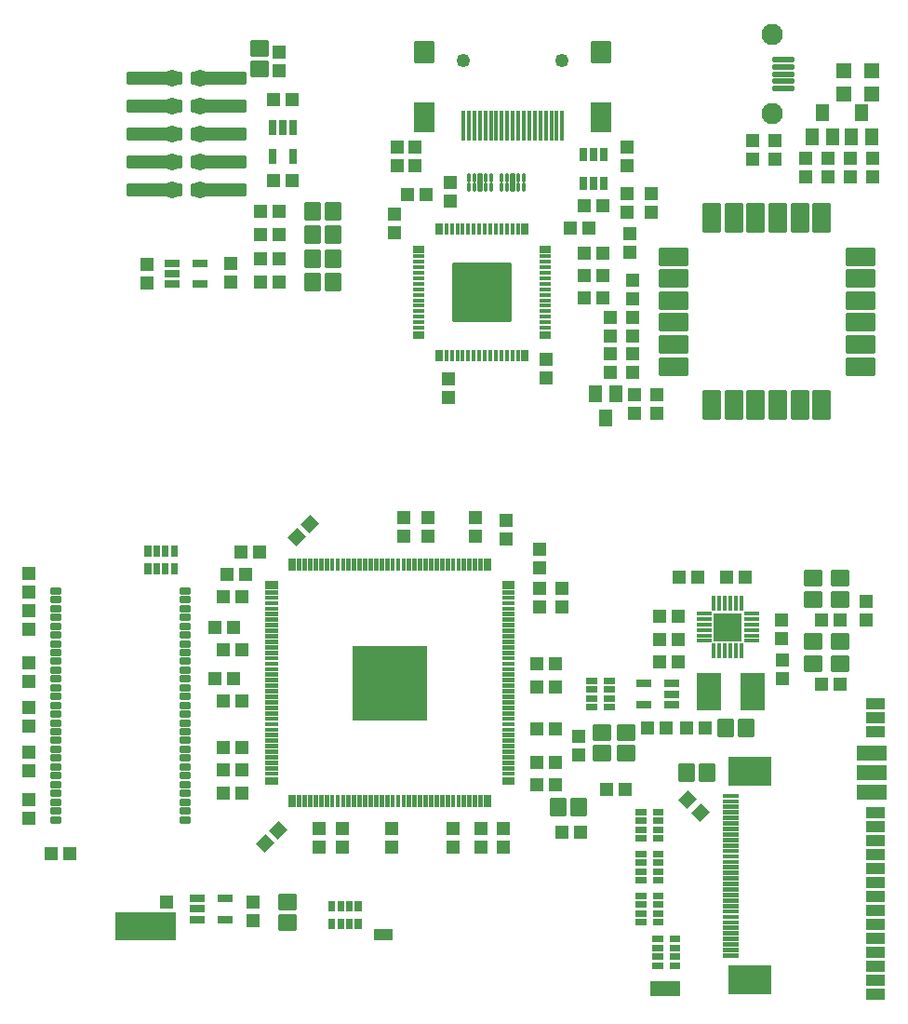
<source format=gbr>
%TF.GenerationSoftware,KiCad,Pcbnew,(6.0.7)*%
%TF.CreationDate,2023-11-05T22:30:26+01:00*%
%TF.ProjectId,n64adv2,6e363461-6476-4322-9e6b-696361645f70,20231105*%
%TF.SameCoordinates,Original*%
%TF.FileFunction,Soldermask,Top*%
%TF.FilePolarity,Negative*%
%FSLAX46Y46*%
G04 Gerber Fmt 4.6, Leading zero omitted, Abs format (unit mm)*
G04 Created by KiCad (PCBNEW (6.0.7)) date 2023-11-05 22:30:26*
%MOMM*%
%LPD*%
G01*
G04 APERTURE LIST*
G04 Aperture macros list*
%AMRoundRect*
0 Rectangle with rounded corners*
0 $1 Rounding radius*
0 $2 $3 $4 $5 $6 $7 $8 $9 X,Y pos of 4 corners*
0 Add a 4 corners polygon primitive as box body*
4,1,4,$2,$3,$4,$5,$6,$7,$8,$9,$2,$3,0*
0 Add four circle primitives for the rounded corners*
1,1,$1+$1,$2,$3*
1,1,$1+$1,$4,$5*
1,1,$1+$1,$6,$7*
1,1,$1+$1,$8,$9*
0 Add four rect primitives between the rounded corners*
20,1,$1+$1,$2,$3,$4,$5,0*
20,1,$1+$1,$4,$5,$6,$7,0*
20,1,$1+$1,$6,$7,$8,$9,0*
20,1,$1+$1,$8,$9,$2,$3,0*%
G04 Aperture macros list end*
%ADD10C,0.100000*%
%ADD11RoundRect,0.076200X0.750000X0.650000X-0.750000X0.650000X-0.750000X-0.650000X0.750000X-0.650000X0*%
%ADD12RoundRect,0.076200X-0.800000X0.400000X-0.800000X-0.400000X0.800000X-0.400000X0.800000X0.400000X0*%
%ADD13RoundRect,0.076200X0.275000X0.600000X-0.275000X0.600000X-0.275000X-0.600000X0.275000X-0.600000X0*%
%ADD14RoundRect,0.076200X0.800000X-0.400000X0.800000X0.400000X-0.800000X0.400000X-0.800000X-0.400000X0*%
%ADD15RoundRect,0.076200X0.500000X-0.550000X0.500000X0.550000X-0.500000X0.550000X-0.500000X-0.550000X0*%
%ADD16RoundRect,0.076200X0.550000X-0.500000X0.550000X0.500000X-0.550000X0.500000X-0.550000X-0.500000X0*%
%ADD17RoundRect,0.076200X-0.550000X0.500000X-0.550000X-0.500000X0.550000X-0.500000X0.550000X0.500000X0*%
%ADD18RoundRect,0.076200X0.500000X0.550000X-0.500000X0.550000X-0.500000X-0.550000X0.500000X-0.550000X0*%
%ADD19RoundRect,0.076200X0.550000X0.500000X-0.550000X0.500000X-0.550000X-0.500000X0.550000X-0.500000X0*%
%ADD20RoundRect,0.076200X-0.550000X-0.500000X0.550000X-0.500000X0.550000X0.500000X-0.550000X0.500000X0*%
%ADD21RoundRect,0.076200X-0.500000X0.550000X-0.500000X-0.550000X0.500000X-0.550000X0.500000X0.550000X0*%
%ADD22RoundRect,0.076200X-0.500000X-0.550000X0.500000X-0.550000X0.500000X0.550000X-0.500000X0.550000X0*%
%ADD23RoundRect,0.076200X0.500000X0.700000X-0.500000X0.700000X-0.500000X-0.700000X0.500000X-0.700000X0*%
%ADD24C,1.574800*%
%ADD25RoundRect,0.076200X-2.425000X-0.500000X2.425000X-0.500000X2.425000X0.500000X-2.425000X0.500000X0*%
%ADD26RoundRect,0.076200X1.000000X1.650000X-1.000000X1.650000X-1.000000X-1.650000X1.000000X-1.650000X0*%
%ADD27RoundRect,0.050000X0.500000X0.300000X-0.500000X0.300000X-0.500000X-0.300000X0.500000X-0.300000X0*%
%ADD28RoundRect,0.050000X0.500000X0.150000X-0.500000X0.150000X-0.500000X-0.150000X0.500000X-0.150000X0*%
%ADD29RoundRect,0.050000X0.300000X-0.500000X0.300000X0.500000X-0.300000X0.500000X-0.300000X-0.500000X0*%
%ADD30RoundRect,0.050000X0.150000X-0.500000X0.150000X0.500000X-0.150000X0.500000X-0.150000X-0.500000X0*%
%ADD31RoundRect,0.050000X-0.300000X0.500000X-0.300000X-0.500000X0.300000X-0.500000X0.300000X0.500000X0*%
%ADD32RoundRect,0.050000X-0.150000X0.500000X-0.150000X-0.500000X0.150000X-0.500000X0.150000X0.500000X0*%
%ADD33RoundRect,0.076200X2.600000X2.600000X-2.600000X2.600000X-2.600000X-2.600000X2.600000X-2.600000X0*%
%ADD34RoundRect,0.076200X-0.650000X-0.750000X0.650000X-0.750000X0.650000X0.750000X-0.650000X0.750000X0*%
%ADD35RoundRect,0.050000X-0.100000X0.337500X-0.100000X-0.337500X0.100000X-0.337500X0.100000X0.337500X0*%
%ADD36RoundRect,0.050000X-0.200000X0.775000X-0.200000X-0.775000X0.200000X-0.775000X0.200000X0.775000X0*%
%ADD37RoundRect,0.076200X0.742462X0.035355X0.035355X0.742462X-0.742462X-0.035355X-0.035355X-0.742462X0*%
%ADD38RoundRect,0.076200X0.600000X0.600000X-0.600000X0.600000X-0.600000X-0.600000X0.600000X-0.600000X0*%
%ADD39RoundRect,0.076200X-0.600000X0.275000X-0.600000X-0.275000X0.600000X-0.275000X0.600000X0.275000X0*%
%ADD40RoundRect,0.076200X-0.500000X-0.700000X0.500000X-0.700000X0.500000X0.700000X-0.500000X0.700000X0*%
%ADD41C,1.250000*%
%ADD42RoundRect,0.055000X-0.140000X-1.300000X0.140000X-1.300000X0.140000X1.300000X-0.140000X1.300000X0*%
%ADD43RoundRect,0.076200X-0.850000X1.300000X-0.850000X-1.300000X0.850000X-1.300000X0.850000X1.300000X0*%
%ADD44RoundRect,0.076200X-0.850000X0.900000X-0.850000X-0.900000X0.850000X-0.900000X0.850000X0.900000X0*%
%ADD45RoundRect,0.076200X-0.750000X0.650000X-0.750000X-0.650000X0.750000X-0.650000X0.750000X0.650000X0*%
%ADD46RoundRect,0.076200X-0.900000X-0.200000X0.900000X-0.200000X0.900000X0.200000X-0.900000X0.200000X0*%
%ADD47C,1.952400*%
%ADD48RoundRect,0.076200X-1.270000X0.635000X-1.270000X-0.635000X1.270000X-0.635000X1.270000X0.635000X0*%
%ADD49RoundRect,0.076200X1.270000X-0.635000X1.270000X0.635000X-1.270000X0.635000X-1.270000X-0.635000X0*%
%ADD50RoundRect,0.076200X0.750000X-0.650000X0.750000X0.650000X-0.750000X0.650000X-0.750000X-0.650000X0*%
%ADD51RoundRect,0.076200X1.225000X-1.225000X1.225000X1.225000X-1.225000X1.225000X-1.225000X-1.225000X0*%
%ADD52RoundRect,0.076200X0.125000X-0.600000X0.125000X0.600000X-0.125000X0.600000X-0.125000X-0.600000X0*%
%ADD53RoundRect,0.076200X0.600000X0.125000X-0.600000X0.125000X-0.600000X-0.125000X0.600000X-0.125000X0*%
%ADD54RoundRect,0.076200X-0.125000X0.600000X-0.125000X-0.600000X0.125000X-0.600000X0.125000X0.600000X0*%
%ADD55RoundRect,0.076200X-0.600000X-0.125000X0.600000X-0.125000X0.600000X0.125000X-0.600000X0.125000X0*%
%ADD56RoundRect,0.076200X-0.035355X-0.742462X0.742462X0.035355X0.035355X0.742462X-0.742462X-0.035355X0*%
%ADD57RoundRect,0.076200X3.350000X3.350000X-3.350000X3.350000X-3.350000X-3.350000X3.350000X-3.350000X0*%
%ADD58RoundRect,0.076200X0.600000X-0.275000X0.600000X0.275000X-0.600000X0.275000X-0.600000X-0.275000X0*%
%ADD59RoundRect,0.076200X-0.450000X-0.225000X0.450000X-0.225000X0.450000X0.225000X-0.450000X0.225000X0*%
%ADD60RoundRect,0.076200X0.450000X0.225000X-0.450000X0.225000X-0.450000X-0.225000X0.450000X-0.225000X0*%
%ADD61RoundRect,0.076200X0.750000X-1.250000X0.750000X1.250000X-0.750000X1.250000X-0.750000X-1.250000X0*%
%ADD62RoundRect,0.076200X1.250000X0.750000X-1.250000X0.750000X-1.250000X-0.750000X1.250000X-0.750000X0*%
%ADD63RoundRect,0.076200X-0.750000X1.250000X-0.750000X-1.250000X0.750000X-1.250000X0.750000X1.250000X0*%
%ADD64RoundRect,0.076200X-1.250000X-0.750000X1.250000X-0.750000X1.250000X0.750000X-1.250000X0.750000X0*%
%ADD65RoundRect,0.076200X-0.300000X0.550000X-0.300000X-0.550000X0.300000X-0.550000X0.300000X0.550000X0*%
%ADD66RoundRect,0.076200X0.035355X0.742462X-0.742462X-0.035355X-0.035355X-0.742462X0.742462X0.035355X0*%
%ADD67RoundRect,0.050000X0.100000X-0.337500X0.100000X0.337500X-0.100000X0.337500X-0.100000X-0.337500X0*%
%ADD68RoundRect,0.050000X0.200000X-0.775000X0.200000X0.775000X-0.200000X0.775000X-0.200000X-0.775000X0*%
G04 APERTURE END LIST*
D10*
X118059200Y-141376400D02*
X123494800Y-141376400D01*
X123494800Y-141376400D02*
X123494800Y-143814800D01*
X123494800Y-143814800D02*
X118059200Y-143814800D01*
X118059200Y-143814800D02*
X118059200Y-141376400D01*
G36*
X118059200Y-141376400D02*
G01*
X123494800Y-141376400D01*
X123494800Y-143814800D01*
X118059200Y-143814800D01*
X118059200Y-141376400D01*
G37*
%TO.C,RN11*%
G36*
X166362100Y-132551600D02*
G01*
X165362100Y-132551600D01*
X165362100Y-131951600D01*
X166362100Y-131951600D01*
X166362100Y-132551600D01*
G37*
G36*
X167962100Y-132551600D02*
G01*
X166962100Y-132551600D01*
X166962100Y-131951600D01*
X167962100Y-131951600D01*
X167962100Y-132551600D01*
G37*
G36*
X167962100Y-134951600D02*
G01*
X166962100Y-134951600D01*
X166962100Y-134351600D01*
X167962100Y-134351600D01*
X167962100Y-134951600D01*
G37*
G36*
X166362100Y-133351600D02*
G01*
X165362100Y-133351600D01*
X165362100Y-132751600D01*
X166362100Y-132751600D01*
X166362100Y-133351600D01*
G37*
G36*
X167962100Y-134151600D02*
G01*
X166962100Y-134151600D01*
X166962100Y-133551600D01*
X167962100Y-133551600D01*
X167962100Y-134151600D01*
G37*
G36*
X166362100Y-134951600D02*
G01*
X165362100Y-134951600D01*
X165362100Y-134351600D01*
X166362100Y-134351600D01*
X166362100Y-134951600D01*
G37*
G36*
X166362100Y-134151600D02*
G01*
X165362100Y-134151600D01*
X165362100Y-133551600D01*
X166362100Y-133551600D01*
X166362100Y-134151600D01*
G37*
G36*
X167962100Y-133351600D02*
G01*
X166962100Y-133351600D01*
X166962100Y-132751600D01*
X167962100Y-132751600D01*
X167962100Y-133351600D01*
G37*
%TO.C,RN16*%
G36*
X163517100Y-120613600D02*
G01*
X162517100Y-120613600D01*
X162517100Y-120013600D01*
X163517100Y-120013600D01*
X163517100Y-120613600D01*
G37*
G36*
X163517100Y-121413600D02*
G01*
X162517100Y-121413600D01*
X162517100Y-120813600D01*
X163517100Y-120813600D01*
X163517100Y-121413600D01*
G37*
G36*
X161917100Y-120613600D02*
G01*
X160917100Y-120613600D01*
X160917100Y-120013600D01*
X161917100Y-120013600D01*
X161917100Y-120613600D01*
G37*
G36*
X161917100Y-123013600D02*
G01*
X160917100Y-123013600D01*
X160917100Y-122413600D01*
X161917100Y-122413600D01*
X161917100Y-123013600D01*
G37*
G36*
X161917100Y-122213600D02*
G01*
X160917100Y-122213600D01*
X160917100Y-121613600D01*
X161917100Y-121613600D01*
X161917100Y-122213600D01*
G37*
G36*
X161917100Y-121413600D02*
G01*
X160917100Y-121413600D01*
X160917100Y-120813600D01*
X161917100Y-120813600D01*
X161917100Y-121413600D01*
G37*
G36*
X163517100Y-123013600D02*
G01*
X162517100Y-123013600D01*
X162517100Y-122413600D01*
X163517100Y-122413600D01*
X163517100Y-123013600D01*
G37*
G36*
X163517100Y-122213600D02*
G01*
X162517100Y-122213600D01*
X162517100Y-121613600D01*
X163517100Y-121613600D01*
X163517100Y-122213600D01*
G37*
%TO.C,X1*%
G36*
X174780100Y-139473600D02*
G01*
X173380100Y-139473600D01*
X173380100Y-139073600D01*
X174780100Y-139073600D01*
X174780100Y-139473600D01*
G37*
G36*
X174780100Y-137973600D02*
G01*
X173380100Y-137973600D01*
X173380100Y-137573600D01*
X174780100Y-137573600D01*
X174780100Y-137973600D01*
G37*
G36*
X174780100Y-140473600D02*
G01*
X173380100Y-140473600D01*
X173380100Y-140073600D01*
X174780100Y-140073600D01*
X174780100Y-140473600D01*
G37*
G36*
X174780100Y-145473600D02*
G01*
X173380100Y-145473600D01*
X173380100Y-145073600D01*
X174780100Y-145073600D01*
X174780100Y-145473600D01*
G37*
G36*
X174780100Y-133473600D02*
G01*
X173380100Y-133473600D01*
X173380100Y-133073600D01*
X174780100Y-133073600D01*
X174780100Y-133473600D01*
G37*
G36*
X174780100Y-132973600D02*
G01*
X173380100Y-132973600D01*
X173380100Y-132573600D01*
X174780100Y-132573600D01*
X174780100Y-132973600D01*
G37*
G36*
X174780100Y-134473600D02*
G01*
X173380100Y-134473600D01*
X173380100Y-134073600D01*
X174780100Y-134073600D01*
X174780100Y-134473600D01*
G37*
G36*
X174780100Y-136973600D02*
G01*
X173380100Y-136973600D01*
X173380100Y-136573600D01*
X174780100Y-136573600D01*
X174780100Y-136973600D01*
G37*
G36*
X177760100Y-148791600D02*
G01*
X173860100Y-148791600D01*
X173860100Y-146191600D01*
X177760100Y-146191600D01*
X177760100Y-148791600D01*
G37*
G36*
X174780100Y-141473600D02*
G01*
X173380100Y-141473600D01*
X173380100Y-141073600D01*
X174780100Y-141073600D01*
X174780100Y-141473600D01*
G37*
G36*
X177760100Y-129855600D02*
G01*
X173860100Y-129855600D01*
X173860100Y-127255600D01*
X177760100Y-127255600D01*
X177760100Y-129855600D01*
G37*
G36*
X174780100Y-131473600D02*
G01*
X173380100Y-131473600D01*
X173380100Y-131073600D01*
X174780100Y-131073600D01*
X174780100Y-131473600D01*
G37*
G36*
X174780100Y-144973600D02*
G01*
X173380100Y-144973600D01*
X173380100Y-144573600D01*
X174780100Y-144573600D01*
X174780100Y-144973600D01*
G37*
G36*
X174780100Y-132473600D02*
G01*
X173380100Y-132473600D01*
X173380100Y-132073600D01*
X174780100Y-132073600D01*
X174780100Y-132473600D01*
G37*
G36*
X174780100Y-130973600D02*
G01*
X173380100Y-130973600D01*
X173380100Y-130573600D01*
X174780100Y-130573600D01*
X174780100Y-130973600D01*
G37*
G36*
X174780100Y-138473600D02*
G01*
X173380100Y-138473600D01*
X173380100Y-138073600D01*
X174780100Y-138073600D01*
X174780100Y-138473600D01*
G37*
G36*
X174780100Y-134973600D02*
G01*
X173380100Y-134973600D01*
X173380100Y-134573600D01*
X174780100Y-134573600D01*
X174780100Y-134973600D01*
G37*
G36*
X174780100Y-142473600D02*
G01*
X173380100Y-142473600D01*
X173380100Y-142073600D01*
X174780100Y-142073600D01*
X174780100Y-142473600D01*
G37*
G36*
X174780100Y-141973600D02*
G01*
X173380100Y-141973600D01*
X173380100Y-141573600D01*
X174780100Y-141573600D01*
X174780100Y-141973600D01*
G37*
G36*
X174780100Y-139973600D02*
G01*
X173380100Y-139973600D01*
X173380100Y-139573600D01*
X174780100Y-139573600D01*
X174780100Y-139973600D01*
G37*
G36*
X174780100Y-144473600D02*
G01*
X173380100Y-144473600D01*
X173380100Y-144073600D01*
X174780100Y-144073600D01*
X174780100Y-144473600D01*
G37*
G36*
X174780100Y-140973600D02*
G01*
X173380100Y-140973600D01*
X173380100Y-140573600D01*
X174780100Y-140573600D01*
X174780100Y-140973600D01*
G37*
G36*
X174780100Y-137473600D02*
G01*
X173380100Y-137473600D01*
X173380100Y-137073600D01*
X174780100Y-137073600D01*
X174780100Y-137473600D01*
G37*
G36*
X174780100Y-142973600D02*
G01*
X173380100Y-142973600D01*
X173380100Y-142573600D01*
X174780100Y-142573600D01*
X174780100Y-142973600D01*
G37*
G36*
X174780100Y-138973600D02*
G01*
X173380100Y-138973600D01*
X173380100Y-138573600D01*
X174780100Y-138573600D01*
X174780100Y-138973600D01*
G37*
G36*
X174780100Y-143473600D02*
G01*
X173380100Y-143473600D01*
X173380100Y-143073600D01*
X174780100Y-143073600D01*
X174780100Y-143473600D01*
G37*
G36*
X174780100Y-135473600D02*
G01*
X173380100Y-135473600D01*
X173380100Y-135073600D01*
X174780100Y-135073600D01*
X174780100Y-135473600D01*
G37*
G36*
X174780100Y-136473600D02*
G01*
X173380100Y-136473600D01*
X173380100Y-136073600D01*
X174780100Y-136073600D01*
X174780100Y-136473600D01*
G37*
G36*
X174780100Y-133973600D02*
G01*
X173380100Y-133973600D01*
X173380100Y-133573600D01*
X174780100Y-133573600D01*
X174780100Y-133973600D01*
G37*
G36*
X174780100Y-135973600D02*
G01*
X173380100Y-135973600D01*
X173380100Y-135573600D01*
X174780100Y-135573600D01*
X174780100Y-135973600D01*
G37*
G36*
X174780100Y-131973600D02*
G01*
X173380100Y-131973600D01*
X173380100Y-131573600D01*
X174780100Y-131573600D01*
X174780100Y-131973600D01*
G37*
G36*
X174780100Y-143973600D02*
G01*
X173380100Y-143973600D01*
X173380100Y-143573600D01*
X174780100Y-143573600D01*
X174780100Y-143973600D01*
G37*
%TO.C,U1*%
G36*
X154365100Y-122947600D02*
G01*
X153240100Y-122947600D01*
X153240100Y-122547600D01*
X154365100Y-122547600D01*
X154365100Y-122947600D01*
G37*
G36*
X154365100Y-124947600D02*
G01*
X153240100Y-124947600D01*
X153240100Y-124547600D01*
X154365100Y-124547600D01*
X154365100Y-124947600D01*
G37*
G36*
X145490100Y-131822600D02*
G01*
X145090100Y-131822600D01*
X145090100Y-130697600D01*
X145490100Y-130697600D01*
X145490100Y-131822600D01*
G37*
G36*
X134990100Y-110297600D02*
G01*
X134590100Y-110297600D01*
X134590100Y-109172600D01*
X134990100Y-109172600D01*
X134990100Y-110297600D01*
G37*
G36*
X140490100Y-110297600D02*
G01*
X140090100Y-110297600D01*
X140090100Y-109172600D01*
X140490100Y-109172600D01*
X140490100Y-110297600D01*
G37*
G36*
X132840100Y-119447600D02*
G01*
X131715100Y-119447600D01*
X131715100Y-119047600D01*
X132840100Y-119047600D01*
X132840100Y-119447600D01*
G37*
G36*
X147490100Y-110297600D02*
G01*
X147090100Y-110297600D01*
X147090100Y-109172600D01*
X147490100Y-109172600D01*
X147490100Y-110297600D01*
G37*
G36*
X132840100Y-114947600D02*
G01*
X131715100Y-114947600D01*
X131715100Y-114547600D01*
X132840100Y-114547600D01*
X132840100Y-114947600D01*
G37*
G36*
X132840100Y-123947600D02*
G01*
X131715100Y-123947600D01*
X131715100Y-123547600D01*
X132840100Y-123547600D01*
X132840100Y-123947600D01*
G37*
G36*
X132840100Y-127947600D02*
G01*
X131715100Y-127947600D01*
X131715100Y-127547600D01*
X132840100Y-127547600D01*
X132840100Y-127947600D01*
G37*
G36*
X148990100Y-110297600D02*
G01*
X148590100Y-110297600D01*
X148590100Y-109172600D01*
X148990100Y-109172600D01*
X148990100Y-110297600D01*
G37*
G36*
X139990100Y-131822600D02*
G01*
X139590100Y-131822600D01*
X139590100Y-130697600D01*
X139990100Y-130697600D01*
X139990100Y-131822600D01*
G37*
G36*
X138490100Y-131822600D02*
G01*
X138090100Y-131822600D01*
X138090100Y-130697600D01*
X138490100Y-130697600D01*
X138490100Y-131822600D01*
G37*
G36*
X154365100Y-115947600D02*
G01*
X153240100Y-115947600D01*
X153240100Y-115547600D01*
X154365100Y-115547600D01*
X154365100Y-115947600D01*
G37*
G36*
X154365100Y-119447600D02*
G01*
X153240100Y-119447600D01*
X153240100Y-119047600D01*
X154365100Y-119047600D01*
X154365100Y-119447600D01*
G37*
G36*
X132840100Y-113947600D02*
G01*
X131715100Y-113947600D01*
X131715100Y-113547600D01*
X132840100Y-113547600D01*
X132840100Y-113947600D01*
G37*
G36*
X132840100Y-125447600D02*
G01*
X131715100Y-125447600D01*
X131715100Y-125047600D01*
X132840100Y-125047600D01*
X132840100Y-125447600D01*
G37*
G36*
X132840100Y-116447600D02*
G01*
X131715100Y-116447600D01*
X131715100Y-116047600D01*
X132840100Y-116047600D01*
X132840100Y-116447600D01*
G37*
G36*
X132840100Y-126947600D02*
G01*
X131715100Y-126947600D01*
X131715100Y-126547600D01*
X132840100Y-126547600D01*
X132840100Y-126947600D01*
G37*
G36*
X132840100Y-117447600D02*
G01*
X131715100Y-117447600D01*
X131715100Y-117047600D01*
X132840100Y-117047600D01*
X132840100Y-117447600D01*
G37*
G36*
X154365100Y-114947600D02*
G01*
X153240100Y-114947600D01*
X153240100Y-114547600D01*
X154365100Y-114547600D01*
X154365100Y-114947600D01*
G37*
G36*
X150990100Y-131822600D02*
G01*
X150590100Y-131822600D01*
X150590100Y-130697600D01*
X150990100Y-130697600D01*
X150990100Y-131822600D01*
G37*
G36*
X146490100Y-131822600D02*
G01*
X146090100Y-131822600D01*
X146090100Y-130697600D01*
X146490100Y-130697600D01*
X146490100Y-131822600D01*
G37*
G36*
X138490100Y-110297600D02*
G01*
X138090100Y-110297600D01*
X138090100Y-109172600D01*
X138490100Y-109172600D01*
X138490100Y-110297600D01*
G37*
G36*
X141990100Y-131822600D02*
G01*
X141590100Y-131822600D01*
X141590100Y-130697600D01*
X141990100Y-130697600D01*
X141990100Y-131822600D01*
G37*
G36*
X144490100Y-131822600D02*
G01*
X144090100Y-131822600D01*
X144090100Y-130697600D01*
X144490100Y-130697600D01*
X144490100Y-131822600D01*
G37*
G36*
X132840100Y-111947600D02*
G01*
X131715100Y-111947600D01*
X131715100Y-111247600D01*
X132840100Y-111247600D01*
X132840100Y-111947600D01*
G37*
G36*
X149990100Y-110297600D02*
G01*
X149590100Y-110297600D01*
X149590100Y-109172600D01*
X149990100Y-109172600D01*
X149990100Y-110297600D01*
G37*
G36*
X154365100Y-127447600D02*
G01*
X153240100Y-127447600D01*
X153240100Y-127047600D01*
X154365100Y-127047600D01*
X154365100Y-127447600D01*
G37*
G36*
X148490100Y-131822600D02*
G01*
X148090100Y-131822600D01*
X148090100Y-130697600D01*
X148490100Y-130697600D01*
X148490100Y-131822600D01*
G37*
G36*
X154365100Y-118447600D02*
G01*
X153240100Y-118447600D01*
X153240100Y-118047600D01*
X154365100Y-118047600D01*
X154365100Y-118447600D01*
G37*
G36*
X142490100Y-131822600D02*
G01*
X142090100Y-131822600D01*
X142090100Y-130697600D01*
X142490100Y-130697600D01*
X142490100Y-131822600D01*
G37*
G36*
X154365100Y-123947600D02*
G01*
X153240100Y-123947600D01*
X153240100Y-123547600D01*
X154365100Y-123547600D01*
X154365100Y-123947600D01*
G37*
G36*
X139490100Y-131822600D02*
G01*
X139090100Y-131822600D01*
X139090100Y-130697600D01*
X139490100Y-130697600D01*
X139490100Y-131822600D01*
G37*
G36*
X132840100Y-118447600D02*
G01*
X131715100Y-118447600D01*
X131715100Y-118047600D01*
X132840100Y-118047600D01*
X132840100Y-118447600D01*
G37*
G36*
X137990100Y-110297600D02*
G01*
X137590100Y-110297600D01*
X137590100Y-109172600D01*
X137990100Y-109172600D01*
X137990100Y-110297600D01*
G37*
G36*
X154365100Y-113947600D02*
G01*
X153240100Y-113947600D01*
X153240100Y-113547600D01*
X154365100Y-113547600D01*
X154365100Y-113947600D01*
G37*
G36*
X140990100Y-110297600D02*
G01*
X140590100Y-110297600D01*
X140590100Y-109172600D01*
X140990100Y-109172600D01*
X140990100Y-110297600D01*
G37*
G36*
X137490100Y-110297600D02*
G01*
X137090100Y-110297600D01*
X137090100Y-109172600D01*
X137490100Y-109172600D01*
X137490100Y-110297600D01*
G37*
G36*
X147490100Y-131822600D02*
G01*
X147090100Y-131822600D01*
X147090100Y-130697600D01*
X147490100Y-130697600D01*
X147490100Y-131822600D01*
G37*
G36*
X154365100Y-117447600D02*
G01*
X153240100Y-117447600D01*
X153240100Y-117047600D01*
X154365100Y-117047600D01*
X154365100Y-117447600D01*
G37*
G36*
X146490100Y-110297600D02*
G01*
X146090100Y-110297600D01*
X146090100Y-109172600D01*
X146490100Y-109172600D01*
X146490100Y-110297600D01*
G37*
G36*
X154365100Y-125447600D02*
G01*
X153240100Y-125447600D01*
X153240100Y-125047600D01*
X154365100Y-125047600D01*
X154365100Y-125447600D01*
G37*
G36*
X136990100Y-131822600D02*
G01*
X136590100Y-131822600D01*
X136590100Y-130697600D01*
X136990100Y-130697600D01*
X136990100Y-131822600D01*
G37*
G36*
X141490100Y-110297600D02*
G01*
X141090100Y-110297600D01*
X141090100Y-109172600D01*
X141490100Y-109172600D01*
X141490100Y-110297600D01*
G37*
G36*
X154365100Y-126947600D02*
G01*
X153240100Y-126947600D01*
X153240100Y-126547600D01*
X154365100Y-126547600D01*
X154365100Y-126947600D01*
G37*
G36*
X147990100Y-131822600D02*
G01*
X147590100Y-131822600D01*
X147590100Y-130697600D01*
X147990100Y-130697600D01*
X147990100Y-131822600D01*
G37*
G36*
X132840100Y-121947600D02*
G01*
X131715100Y-121947600D01*
X131715100Y-121547600D01*
X132840100Y-121547600D01*
X132840100Y-121947600D01*
G37*
G36*
X138990100Y-110297600D02*
G01*
X138590100Y-110297600D01*
X138590100Y-109172600D01*
X138990100Y-109172600D01*
X138990100Y-110297600D01*
G37*
G36*
X154365100Y-125947600D02*
G01*
X153240100Y-125947600D01*
X153240100Y-125547600D01*
X154365100Y-125547600D01*
X154365100Y-125947600D01*
G37*
G36*
X145990100Y-131822600D02*
G01*
X145590100Y-131822600D01*
X145590100Y-130697600D01*
X145990100Y-130697600D01*
X145990100Y-131822600D01*
G37*
G36*
X154365100Y-120447600D02*
G01*
X153240100Y-120447600D01*
X153240100Y-120047600D01*
X154365100Y-120047600D01*
X154365100Y-120447600D01*
G37*
G36*
X132840100Y-112947600D02*
G01*
X131715100Y-112947600D01*
X131715100Y-112547600D01*
X132840100Y-112547600D01*
X132840100Y-112947600D01*
G37*
G36*
X142990100Y-131822600D02*
G01*
X142590100Y-131822600D01*
X142590100Y-130697600D01*
X142990100Y-130697600D01*
X142990100Y-131822600D01*
G37*
G36*
X143490100Y-131822600D02*
G01*
X143090100Y-131822600D01*
X143090100Y-130697600D01*
X143490100Y-130697600D01*
X143490100Y-131822600D01*
G37*
G36*
X139990100Y-110297600D02*
G01*
X139590100Y-110297600D01*
X139590100Y-109172600D01*
X139990100Y-109172600D01*
X139990100Y-110297600D01*
G37*
G36*
X143490100Y-110297600D02*
G01*
X143090100Y-110297600D01*
X143090100Y-109172600D01*
X143490100Y-109172600D01*
X143490100Y-110297600D01*
G37*
G36*
X142490100Y-110297600D02*
G01*
X142090100Y-110297600D01*
X142090100Y-109172600D01*
X142490100Y-109172600D01*
X142490100Y-110297600D01*
G37*
G36*
X132840100Y-122447600D02*
G01*
X131715100Y-122447600D01*
X131715100Y-122047600D01*
X132840100Y-122047600D01*
X132840100Y-122447600D01*
G37*
G36*
X151490100Y-110297600D02*
G01*
X151090100Y-110297600D01*
X151090100Y-109172600D01*
X151490100Y-109172600D01*
X151490100Y-110297600D01*
G37*
G36*
X147990100Y-110297600D02*
G01*
X147590100Y-110297600D01*
X147590100Y-109172600D01*
X147990100Y-109172600D01*
X147990100Y-110297600D01*
G37*
G36*
X154365100Y-114447600D02*
G01*
X153240100Y-114447600D01*
X153240100Y-114047600D01*
X154365100Y-114047600D01*
X154365100Y-114447600D01*
G37*
G36*
X132840100Y-124447600D02*
G01*
X131715100Y-124447600D01*
X131715100Y-124047600D01*
X132840100Y-124047600D01*
X132840100Y-124447600D01*
G37*
G36*
X151490100Y-131822600D02*
G01*
X151090100Y-131822600D01*
X151090100Y-130697600D01*
X151490100Y-130697600D01*
X151490100Y-131822600D01*
G37*
G36*
X135990100Y-110297600D02*
G01*
X135590100Y-110297600D01*
X135590100Y-109172600D01*
X135990100Y-109172600D01*
X135990100Y-110297600D01*
G37*
G36*
X154365100Y-123447600D02*
G01*
X153240100Y-123447600D01*
X153240100Y-123047600D01*
X154365100Y-123047600D01*
X154365100Y-123447600D01*
G37*
G36*
X145990100Y-110297600D02*
G01*
X145590100Y-110297600D01*
X145590100Y-109172600D01*
X145990100Y-109172600D01*
X145990100Y-110297600D01*
G37*
G36*
X154365100Y-121947600D02*
G01*
X153240100Y-121947600D01*
X153240100Y-121547600D01*
X154365100Y-121547600D01*
X154365100Y-121947600D01*
G37*
G36*
X143990100Y-131822600D02*
G01*
X143590100Y-131822600D01*
X143590100Y-130697600D01*
X143990100Y-130697600D01*
X143990100Y-131822600D01*
G37*
G36*
X132840100Y-127447600D02*
G01*
X131715100Y-127447600D01*
X131715100Y-127047600D01*
X132840100Y-127047600D01*
X132840100Y-127447600D01*
G37*
G36*
X152290100Y-131822600D02*
G01*
X151590100Y-131822600D01*
X151590100Y-130697600D01*
X152290100Y-130697600D01*
X152290100Y-131822600D01*
G37*
G36*
X132840100Y-119947600D02*
G01*
X131715100Y-119947600D01*
X131715100Y-119547600D01*
X132840100Y-119547600D01*
X132840100Y-119947600D01*
G37*
G36*
X132840100Y-124947600D02*
G01*
X131715100Y-124947600D01*
X131715100Y-124547600D01*
X132840100Y-124547600D01*
X132840100Y-124947600D01*
G37*
G36*
X132840100Y-112447600D02*
G01*
X131715100Y-112447600D01*
X131715100Y-112047600D01*
X132840100Y-112047600D01*
X132840100Y-112447600D01*
G37*
G36*
X149490100Y-110297600D02*
G01*
X149090100Y-110297600D01*
X149090100Y-109172600D01*
X149490100Y-109172600D01*
X149490100Y-110297600D01*
G37*
G36*
X132840100Y-114447600D02*
G01*
X131715100Y-114447600D01*
X131715100Y-114047600D01*
X132840100Y-114047600D01*
X132840100Y-114447600D01*
G37*
G36*
X135490100Y-131822600D02*
G01*
X135090100Y-131822600D01*
X135090100Y-130697600D01*
X135490100Y-130697600D01*
X135490100Y-131822600D01*
G37*
G36*
X154365100Y-117947600D02*
G01*
X153240100Y-117947600D01*
X153240100Y-117547600D01*
X154365100Y-117547600D01*
X154365100Y-117947600D01*
G37*
G36*
X132840100Y-128447600D02*
G01*
X131715100Y-128447600D01*
X131715100Y-128047600D01*
X132840100Y-128047600D01*
X132840100Y-128447600D01*
G37*
G36*
X154365100Y-116447600D02*
G01*
X153240100Y-116447600D01*
X153240100Y-116047600D01*
X154365100Y-116047600D01*
X154365100Y-116447600D01*
G37*
G36*
X154365100Y-113447600D02*
G01*
X153240100Y-113447600D01*
X153240100Y-113047600D01*
X154365100Y-113047600D01*
X154365100Y-113447600D01*
G37*
G36*
X132840100Y-125947600D02*
G01*
X131715100Y-125947600D01*
X131715100Y-125547600D01*
X132840100Y-125547600D01*
X132840100Y-125947600D01*
G37*
G36*
X132840100Y-116947600D02*
G01*
X131715100Y-116947600D01*
X131715100Y-116547600D01*
X132840100Y-116547600D01*
X132840100Y-116947600D01*
G37*
G36*
X148490100Y-110297600D02*
G01*
X148090100Y-110297600D01*
X148090100Y-109172600D01*
X148490100Y-109172600D01*
X148490100Y-110297600D01*
G37*
G36*
X132840100Y-115447600D02*
G01*
X131715100Y-115447600D01*
X131715100Y-115047600D01*
X132840100Y-115047600D01*
X132840100Y-115447600D01*
G37*
G36*
X154365100Y-115447600D02*
G01*
X153240100Y-115447600D01*
X153240100Y-115047600D01*
X154365100Y-115047600D01*
X154365100Y-115447600D01*
G37*
G36*
X132840100Y-113447600D02*
G01*
X131715100Y-113447600D01*
X131715100Y-113047600D01*
X132840100Y-113047600D01*
X132840100Y-113447600D01*
G37*
G36*
X140990100Y-131822600D02*
G01*
X140590100Y-131822600D01*
X140590100Y-130697600D01*
X140990100Y-130697600D01*
X140990100Y-131822600D01*
G37*
G36*
X154365100Y-122447600D02*
G01*
X153240100Y-122447600D01*
X153240100Y-122047600D01*
X154365100Y-122047600D01*
X154365100Y-122447600D01*
G37*
G36*
X150490100Y-131822600D02*
G01*
X150090100Y-131822600D01*
X150090100Y-130697600D01*
X150490100Y-130697600D01*
X150490100Y-131822600D01*
G37*
G36*
X150490100Y-110297600D02*
G01*
X150090100Y-110297600D01*
X150090100Y-109172600D01*
X150490100Y-109172600D01*
X150490100Y-110297600D01*
G37*
G36*
X154365100Y-118947600D02*
G01*
X153240100Y-118947600D01*
X153240100Y-118547600D01*
X154365100Y-118547600D01*
X154365100Y-118947600D01*
G37*
G36*
X136490100Y-131822600D02*
G01*
X136090100Y-131822600D01*
X136090100Y-130697600D01*
X136490100Y-130697600D01*
X136490100Y-131822600D01*
G37*
G36*
X137490100Y-131822600D02*
G01*
X137090100Y-131822600D01*
X137090100Y-130697600D01*
X137490100Y-130697600D01*
X137490100Y-131822600D01*
G37*
G36*
X132840100Y-128947600D02*
G01*
X131715100Y-128947600D01*
X131715100Y-128547600D01*
X132840100Y-128547600D01*
X132840100Y-128947600D01*
G37*
G36*
X132840100Y-117947600D02*
G01*
X131715100Y-117947600D01*
X131715100Y-117547600D01*
X132840100Y-117547600D01*
X132840100Y-117947600D01*
G37*
G36*
X132840100Y-126447600D02*
G01*
X131715100Y-126447600D01*
X131715100Y-126047600D01*
X132840100Y-126047600D01*
X132840100Y-126447600D01*
G37*
G36*
X132840100Y-118947600D02*
G01*
X131715100Y-118947600D01*
X131715100Y-118547600D01*
X132840100Y-118547600D01*
X132840100Y-118947600D01*
G37*
G36*
X143990100Y-110297600D02*
G01*
X143590100Y-110297600D01*
X143590100Y-109172600D01*
X143990100Y-109172600D01*
X143990100Y-110297600D01*
G37*
G36*
X139490100Y-110297600D02*
G01*
X139090100Y-110297600D01*
X139090100Y-109172600D01*
X139490100Y-109172600D01*
X139490100Y-110297600D01*
G37*
G36*
X154365100Y-124447600D02*
G01*
X153240100Y-124447600D01*
X153240100Y-124047600D01*
X154365100Y-124047600D01*
X154365100Y-124447600D01*
G37*
G36*
X135990100Y-131822600D02*
G01*
X135590100Y-131822600D01*
X135590100Y-130697600D01*
X135990100Y-130697600D01*
X135990100Y-131822600D01*
G37*
G36*
X154365100Y-111947600D02*
G01*
X153240100Y-111947600D01*
X153240100Y-111247600D01*
X154365100Y-111247600D01*
X154365100Y-111947600D01*
G37*
G36*
X149490100Y-131822600D02*
G01*
X149090100Y-131822600D01*
X149090100Y-130697600D01*
X149490100Y-130697600D01*
X149490100Y-131822600D01*
G37*
G36*
X154365100Y-120947600D02*
G01*
X153240100Y-120947600D01*
X153240100Y-120547600D01*
X154365100Y-120547600D01*
X154365100Y-120947600D01*
G37*
G36*
X154365100Y-112947600D02*
G01*
X153240100Y-112947600D01*
X153240100Y-112547600D01*
X154365100Y-112547600D01*
X154365100Y-112947600D01*
G37*
G36*
X132840100Y-123447600D02*
G01*
X131715100Y-123447600D01*
X131715100Y-123047600D01*
X132840100Y-123047600D01*
X132840100Y-123447600D01*
G37*
G36*
X142990100Y-110297600D02*
G01*
X142590100Y-110297600D01*
X142590100Y-109172600D01*
X142990100Y-109172600D01*
X142990100Y-110297600D01*
G37*
G36*
X154365100Y-127947600D02*
G01*
X153240100Y-127947600D01*
X153240100Y-127547600D01*
X154365100Y-127547600D01*
X154365100Y-127947600D01*
G37*
G36*
X132840100Y-120447600D02*
G01*
X131715100Y-120447600D01*
X131715100Y-120047600D01*
X132840100Y-120047600D01*
X132840100Y-120447600D01*
G37*
G36*
X136990100Y-110297600D02*
G01*
X136590100Y-110297600D01*
X136590100Y-109172600D01*
X136990100Y-109172600D01*
X136990100Y-110297600D01*
G37*
G36*
X134490100Y-131822600D02*
G01*
X133790100Y-131822600D01*
X133790100Y-130697600D01*
X134490100Y-130697600D01*
X134490100Y-131822600D01*
G37*
G36*
X154365100Y-112447600D02*
G01*
X153240100Y-112447600D01*
X153240100Y-112047600D01*
X154365100Y-112047600D01*
X154365100Y-112447600D01*
G37*
G36*
X141490100Y-131822600D02*
G01*
X141090100Y-131822600D01*
X141090100Y-130697600D01*
X141490100Y-130697600D01*
X141490100Y-131822600D01*
G37*
G36*
X132840100Y-115947600D02*
G01*
X131715100Y-115947600D01*
X131715100Y-115547600D01*
X132840100Y-115547600D01*
X132840100Y-115947600D01*
G37*
G36*
X146990100Y-131822600D02*
G01*
X146590100Y-131822600D01*
X146590100Y-130697600D01*
X146990100Y-130697600D01*
X146990100Y-131822600D01*
G37*
G36*
X138990100Y-131822600D02*
G01*
X138590100Y-131822600D01*
X138590100Y-130697600D01*
X138990100Y-130697600D01*
X138990100Y-131822600D01*
G37*
G36*
X150990100Y-110297600D02*
G01*
X150590100Y-110297600D01*
X150590100Y-109172600D01*
X150990100Y-109172600D01*
X150990100Y-110297600D01*
G37*
G36*
X154365100Y-116947600D02*
G01*
X153240100Y-116947600D01*
X153240100Y-116547600D01*
X154365100Y-116547600D01*
X154365100Y-116947600D01*
G37*
G36*
X154365100Y-128447600D02*
G01*
X153240100Y-128447600D01*
X153240100Y-128047600D01*
X154365100Y-128047600D01*
X154365100Y-128447600D01*
G37*
G36*
X132840100Y-121447600D02*
G01*
X131715100Y-121447600D01*
X131715100Y-121047600D01*
X132840100Y-121047600D01*
X132840100Y-121447600D01*
G37*
G36*
X146990100Y-110297600D02*
G01*
X146590100Y-110297600D01*
X146590100Y-109172600D01*
X146990100Y-109172600D01*
X146990100Y-110297600D01*
G37*
G36*
X154365100Y-129747600D02*
G01*
X153240100Y-129747600D01*
X153240100Y-129047600D01*
X154365100Y-129047600D01*
X154365100Y-129747600D01*
G37*
G36*
X134490100Y-110297600D02*
G01*
X133790100Y-110297600D01*
X133790100Y-109172600D01*
X134490100Y-109172600D01*
X134490100Y-110297600D01*
G37*
G36*
X152290100Y-110297600D02*
G01*
X151590100Y-110297600D01*
X151590100Y-109172600D01*
X152290100Y-109172600D01*
X152290100Y-110297600D01*
G37*
G36*
X134990100Y-131822600D02*
G01*
X134590100Y-131822600D01*
X134590100Y-130697600D01*
X134990100Y-130697600D01*
X134990100Y-131822600D01*
G37*
G36*
X132840100Y-122947600D02*
G01*
X131715100Y-122947600D01*
X131715100Y-122547600D01*
X132840100Y-122547600D01*
X132840100Y-122947600D01*
G37*
G36*
X149990100Y-131822600D02*
G01*
X149590100Y-131822600D01*
X149590100Y-130697600D01*
X149990100Y-130697600D01*
X149990100Y-131822600D01*
G37*
G36*
X145490100Y-110297600D02*
G01*
X145090100Y-110297600D01*
X145090100Y-109172600D01*
X145490100Y-109172600D01*
X145490100Y-110297600D01*
G37*
G36*
X148990100Y-131822600D02*
G01*
X148590100Y-131822600D01*
X148590100Y-130697600D01*
X148990100Y-130697600D01*
X148990100Y-131822600D01*
G37*
G36*
X135490100Y-110297600D02*
G01*
X135090100Y-110297600D01*
X135090100Y-109172600D01*
X135490100Y-109172600D01*
X135490100Y-110297600D01*
G37*
G36*
X154365100Y-126447600D02*
G01*
X153240100Y-126447600D01*
X153240100Y-126047600D01*
X154365100Y-126047600D01*
X154365100Y-126447600D01*
G37*
G36*
X144490100Y-110297600D02*
G01*
X144090100Y-110297600D01*
X144090100Y-109172600D01*
X144490100Y-109172600D01*
X144490100Y-110297600D01*
G37*
G36*
X154365100Y-121447600D02*
G01*
X153240100Y-121447600D01*
X153240100Y-121047600D01*
X154365100Y-121047600D01*
X154365100Y-121447600D01*
G37*
G36*
X141990100Y-110297600D02*
G01*
X141590100Y-110297600D01*
X141590100Y-109172600D01*
X141990100Y-109172600D01*
X141990100Y-110297600D01*
G37*
G36*
X144990100Y-131822600D02*
G01*
X144590100Y-131822600D01*
X144590100Y-130697600D01*
X144990100Y-130697600D01*
X144990100Y-131822600D01*
G37*
G36*
X137990100Y-131822600D02*
G01*
X137590100Y-131822600D01*
X137590100Y-130697600D01*
X137990100Y-130697600D01*
X137990100Y-131822600D01*
G37*
G36*
X132840100Y-120947600D02*
G01*
X131715100Y-120947600D01*
X131715100Y-120547600D01*
X132840100Y-120547600D01*
X132840100Y-120947600D01*
G37*
G36*
X136490100Y-110297600D02*
G01*
X136090100Y-110297600D01*
X136090100Y-109172600D01*
X136490100Y-109172600D01*
X136490100Y-110297600D01*
G37*
G36*
X154365100Y-119947600D02*
G01*
X153240100Y-119947600D01*
X153240100Y-119547600D01*
X154365100Y-119547600D01*
X154365100Y-119947600D01*
G37*
G36*
X132840100Y-129747600D02*
G01*
X131715100Y-129747600D01*
X131715100Y-129047600D01*
X132840100Y-129047600D01*
X132840100Y-129747600D01*
G37*
G36*
X140490100Y-131822600D02*
G01*
X140090100Y-131822600D01*
X140090100Y-130697600D01*
X140490100Y-130697600D01*
X140490100Y-131822600D01*
G37*
G36*
X144990100Y-110297600D02*
G01*
X144590100Y-110297600D01*
X144590100Y-109172600D01*
X144990100Y-109172600D01*
X144990100Y-110297600D01*
G37*
G36*
X154365100Y-128947600D02*
G01*
X153240100Y-128947600D01*
X153240100Y-128547600D01*
X154365100Y-128547600D01*
X154365100Y-128947600D01*
G37*
%TO.C,RN31*%
G36*
X123712100Y-110621600D02*
G01*
X123112100Y-110621600D01*
X123112100Y-109621600D01*
X123712100Y-109621600D01*
X123712100Y-110621600D01*
G37*
G36*
X122112100Y-110621600D02*
G01*
X121512100Y-110621600D01*
X121512100Y-109621600D01*
X122112100Y-109621600D01*
X122112100Y-110621600D01*
G37*
G36*
X122912100Y-110621600D02*
G01*
X122312100Y-110621600D01*
X122312100Y-109621600D01*
X122912100Y-109621600D01*
X122912100Y-110621600D01*
G37*
G36*
X122912100Y-109021600D02*
G01*
X122312100Y-109021600D01*
X122312100Y-108021600D01*
X122912100Y-108021600D01*
X122912100Y-109021600D01*
G37*
G36*
X121312100Y-109021600D02*
G01*
X120712100Y-109021600D01*
X120712100Y-108021600D01*
X121312100Y-108021600D01*
X121312100Y-109021600D01*
G37*
G36*
X121312100Y-110621600D02*
G01*
X120712100Y-110621600D01*
X120712100Y-109621600D01*
X121312100Y-109621600D01*
X121312100Y-110621600D01*
G37*
G36*
X123712100Y-109021600D02*
G01*
X123112100Y-109021600D01*
X123112100Y-108021600D01*
X123712100Y-108021600D01*
X123712100Y-109021600D01*
G37*
G36*
X122112100Y-109021600D02*
G01*
X121512100Y-109021600D01*
X121512100Y-108021600D01*
X122112100Y-108021600D01*
X122112100Y-109021600D01*
G37*
%TO.C,RN12*%
G36*
X167962100Y-137161600D02*
G01*
X166962100Y-137161600D01*
X166962100Y-136561600D01*
X167962100Y-136561600D01*
X167962100Y-137161600D01*
G37*
G36*
X167962100Y-138761600D02*
G01*
X166962100Y-138761600D01*
X166962100Y-138161600D01*
X167962100Y-138161600D01*
X167962100Y-138761600D01*
G37*
G36*
X167962100Y-137961600D02*
G01*
X166962100Y-137961600D01*
X166962100Y-137361600D01*
X167962100Y-137361600D01*
X167962100Y-137961600D01*
G37*
G36*
X167962100Y-136361600D02*
G01*
X166962100Y-136361600D01*
X166962100Y-135761600D01*
X167962100Y-135761600D01*
X167962100Y-136361600D01*
G37*
G36*
X166362100Y-136361600D02*
G01*
X165362100Y-136361600D01*
X165362100Y-135761600D01*
X166362100Y-135761600D01*
X166362100Y-136361600D01*
G37*
G36*
X166362100Y-137961600D02*
G01*
X165362100Y-137961600D01*
X165362100Y-137361600D01*
X166362100Y-137361600D01*
X166362100Y-137961600D01*
G37*
G36*
X166362100Y-138761600D02*
G01*
X165362100Y-138761600D01*
X165362100Y-138161600D01*
X166362100Y-138161600D01*
X166362100Y-138761600D01*
G37*
G36*
X166362100Y-137161600D02*
G01*
X165362100Y-137161600D01*
X165362100Y-136561600D01*
X166362100Y-136561600D01*
X166362100Y-137161600D01*
G37*
%TO.C,RN15*%
G36*
X138850700Y-142905000D02*
G01*
X138250700Y-142905000D01*
X138250700Y-141905000D01*
X138850700Y-141905000D01*
X138850700Y-142905000D01*
G37*
G36*
X140450700Y-141305000D02*
G01*
X139850700Y-141305000D01*
X139850700Y-140305000D01*
X140450700Y-140305000D01*
X140450700Y-141305000D01*
G37*
G36*
X138050700Y-142905000D02*
G01*
X137450700Y-142905000D01*
X137450700Y-141905000D01*
X138050700Y-141905000D01*
X138050700Y-142905000D01*
G37*
G36*
X138050700Y-141305000D02*
G01*
X137450700Y-141305000D01*
X137450700Y-140305000D01*
X138050700Y-140305000D01*
X138050700Y-141305000D01*
G37*
G36*
X138850700Y-141305000D02*
G01*
X138250700Y-141305000D01*
X138250700Y-140305000D01*
X138850700Y-140305000D01*
X138850700Y-141305000D01*
G37*
G36*
X139650700Y-142905000D02*
G01*
X139050700Y-142905000D01*
X139050700Y-141905000D01*
X139650700Y-141905000D01*
X139650700Y-142905000D01*
G37*
G36*
X140450700Y-142905000D02*
G01*
X139850700Y-142905000D01*
X139850700Y-141905000D01*
X140450700Y-141905000D01*
X140450700Y-142905000D01*
G37*
G36*
X139650700Y-141305000D02*
G01*
X139050700Y-141305000D01*
X139050700Y-140305000D01*
X139650700Y-140305000D01*
X139650700Y-141305000D01*
G37*
%TO.C,RN14*%
G36*
X169486100Y-145702400D02*
G01*
X168486100Y-145702400D01*
X168486100Y-145102400D01*
X169486100Y-145102400D01*
X169486100Y-145702400D01*
G37*
G36*
X169486100Y-146502400D02*
G01*
X168486100Y-146502400D01*
X168486100Y-145902400D01*
X169486100Y-145902400D01*
X169486100Y-146502400D01*
G37*
G36*
X169486100Y-144902400D02*
G01*
X168486100Y-144902400D01*
X168486100Y-144302400D01*
X169486100Y-144302400D01*
X169486100Y-144902400D01*
G37*
G36*
X169486100Y-144102400D02*
G01*
X168486100Y-144102400D01*
X168486100Y-143502400D01*
X169486100Y-143502400D01*
X169486100Y-144102400D01*
G37*
G36*
X167886100Y-144102400D02*
G01*
X166886100Y-144102400D01*
X166886100Y-143502400D01*
X167886100Y-143502400D01*
X167886100Y-144102400D01*
G37*
G36*
X167886100Y-145702400D02*
G01*
X166886100Y-145702400D01*
X166886100Y-145102400D01*
X167886100Y-145102400D01*
X167886100Y-145702400D01*
G37*
G36*
X167886100Y-144902400D02*
G01*
X166886100Y-144902400D01*
X166886100Y-144302400D01*
X167886100Y-144302400D01*
X167886100Y-144902400D01*
G37*
G36*
X167886100Y-146502400D02*
G01*
X166886100Y-146502400D01*
X166886100Y-145902400D01*
X167886100Y-145902400D01*
X167886100Y-146502400D01*
G37*
%TO.C,RN13*%
G36*
X166362100Y-140971600D02*
G01*
X165362100Y-140971600D01*
X165362100Y-140371600D01*
X166362100Y-140371600D01*
X166362100Y-140971600D01*
G37*
G36*
X167962100Y-140171600D02*
G01*
X166962100Y-140171600D01*
X166962100Y-139571600D01*
X167962100Y-139571600D01*
X167962100Y-140171600D01*
G37*
G36*
X166362100Y-142571600D02*
G01*
X165362100Y-142571600D01*
X165362100Y-141971600D01*
X166362100Y-141971600D01*
X166362100Y-142571600D01*
G37*
G36*
X167962100Y-140971600D02*
G01*
X166962100Y-140971600D01*
X166962100Y-140371600D01*
X167962100Y-140371600D01*
X167962100Y-140971600D01*
G37*
G36*
X166362100Y-141771600D02*
G01*
X165362100Y-141771600D01*
X165362100Y-141171600D01*
X166362100Y-141171600D01*
X166362100Y-141771600D01*
G37*
G36*
X167962100Y-141771600D02*
G01*
X166962100Y-141771600D01*
X166962100Y-141171600D01*
X167962100Y-141171600D01*
X167962100Y-141771600D01*
G37*
G36*
X166362100Y-140171600D02*
G01*
X165362100Y-140171600D01*
X165362100Y-139571600D01*
X166362100Y-139571600D01*
X166362100Y-140171600D01*
G37*
G36*
X167962100Y-142571600D02*
G01*
X166962100Y-142571600D01*
X166962100Y-141971600D01*
X167962100Y-141971600D01*
X167962100Y-142571600D01*
G37*
%TD*%
D11*
%TO.C,U6*%
X184028400Y-116754400D03*
X181528400Y-116754400D03*
X181528400Y-118754400D03*
X184028400Y-118754400D03*
%TD*%
D12*
%TO.C,VD1*%
X187236100Y-133578600D03*
%TD*%
D13*
%TO.C,U13*%
X134229000Y-69975000D03*
X133279000Y-69975000D03*
X132329000Y-69975000D03*
X132329000Y-72575200D03*
X134229000Y-72575200D03*
%TD*%
D14*
%TO.C,SPDIF_VCCIO1*%
X187236100Y-122402600D03*
%TD*%
D15*
%TO.C,C4*%
X176060100Y-72833600D03*
X176060100Y-71133600D03*
%TD*%
D14*
%TO.C,ASCLK1*%
X187236100Y-146278600D03*
%TD*%
D16*
%TO.C,R11*%
X164884100Y-81342600D03*
X164884100Y-79642600D03*
%TD*%
D17*
%TO.C,R18*%
X186982100Y-72784600D03*
X186982100Y-74484600D03*
%TD*%
D15*
%TO.C,C1.13*%
X158661100Y-113600600D03*
X158661100Y-111900600D03*
%TD*%
D18*
%TO.C,FB12*%
X164464100Y-130149600D03*
X162764100Y-130149600D03*
%TD*%
D19*
%TO.C,C1.18*%
X129539100Y-122148600D03*
X127839100Y-122148600D03*
%TD*%
%TO.C,C131*%
X134129000Y-67465100D03*
X132429000Y-67465100D03*
%TD*%
D16*
%TO.C,R5*%
X165328600Y-95947600D03*
X165328600Y-94247600D03*
%TD*%
D15*
%TO.C,C31*%
X110147100Y-112203600D03*
X110147100Y-110503600D03*
%TD*%
%TO.C,C1.32*%
X156629100Y-110044600D03*
X156629100Y-108344600D03*
%TD*%
%TO.C,C35*%
X110147100Y-132777600D03*
X110147100Y-131077600D03*
%TD*%
D19*
%TO.C,C1.37*%
X129539100Y-130530600D03*
X127839100Y-130530600D03*
%TD*%
D20*
%TO.C,C43*%
X173673400Y-110845600D03*
X175373400Y-110845600D03*
%TD*%
D16*
%TO.C,R7*%
X163106100Y-88962600D03*
X163106100Y-87262600D03*
%TD*%
D17*
%TO.C,R31*%
X110147100Y-126759600D03*
X110147100Y-128459600D03*
%TD*%
D19*
%TO.C,C44*%
X169252000Y-114401600D03*
X167552000Y-114401600D03*
%TD*%
D21*
%TO.C,C1.52*%
X156629100Y-111900600D03*
X156629100Y-113600600D03*
%TD*%
%TO.C,C111*%
X122707400Y-140450200D03*
X122707400Y-142150200D03*
%TD*%
D22*
%TO.C,FB23*%
X131268100Y-84048600D03*
X132968100Y-84048600D03*
%TD*%
D20*
%TO.C,C1.11*%
X156414100Y-124688600D03*
X158114100Y-124688600D03*
%TD*%
D23*
%TO.C,Q3*%
X163611600Y-94188100D03*
X161711600Y-94188100D03*
X162661600Y-96388100D03*
%TD*%
D16*
%TO.C,FB3*%
X160197800Y-127062600D03*
X160197800Y-125362600D03*
%TD*%
D12*
%TO.C,VD3*%
X187236100Y-136118600D03*
%TD*%
D24*
%TO.C,X2*%
X125779000Y-75625200D03*
D25*
X127409000Y-75625200D03*
D24*
X123239000Y-75625200D03*
D25*
X121609000Y-75625200D03*
D24*
X125779000Y-73085200D03*
D25*
X127409000Y-73085200D03*
D24*
X123239000Y-73085200D03*
D25*
X121609000Y-73085200D03*
X127409000Y-70545200D03*
D24*
X125779000Y-70545200D03*
D25*
X121609000Y-70545200D03*
D24*
X123239000Y-70545200D03*
X125779000Y-68005200D03*
D25*
X127409000Y-68005200D03*
X121609000Y-68005200D03*
D24*
X123239000Y-68005200D03*
X125779000Y-65465200D03*
D25*
X127409000Y-65465200D03*
D24*
X123239000Y-65465200D03*
D25*
X121609000Y-65465200D03*
%TD*%
D17*
%TO.C,R6*%
X163106100Y-90564600D03*
X163106100Y-92264600D03*
%TD*%
D14*
%TO.C,SPDIF_GND1*%
X187236100Y-124942600D03*
%TD*%
D26*
%TO.C,Y41*%
X176028100Y-121259600D03*
X172028100Y-121259600D03*
%TD*%
D15*
%TO.C,C3*%
X145313400Y-73443200D03*
X145313400Y-71743200D03*
%TD*%
D27*
%TO.C,U2*%
X157172100Y-88837600D03*
D28*
X157172100Y-88187600D03*
X157172100Y-87687600D03*
X157172100Y-87187600D03*
X157172100Y-86687600D03*
X157172100Y-86187600D03*
X157172100Y-85687600D03*
X157172100Y-85187600D03*
X157172100Y-84687600D03*
X157172100Y-84187600D03*
X157172100Y-83687600D03*
X157172100Y-83187600D03*
X157172100Y-82687600D03*
X157172100Y-82187600D03*
X157172100Y-81687600D03*
D27*
X157172100Y-81037600D03*
D29*
X155322100Y-79187600D03*
D30*
X154672100Y-79187600D03*
X154172100Y-79187600D03*
X153672100Y-79187600D03*
X153172100Y-79187600D03*
X152672100Y-79187600D03*
X152172100Y-79187600D03*
X151672100Y-79187600D03*
X151172100Y-79187600D03*
X150672100Y-79187600D03*
X150172100Y-79187600D03*
X149672100Y-79187600D03*
X149172100Y-79187600D03*
X148672100Y-79187600D03*
X148172100Y-79187600D03*
D29*
X147522100Y-79187600D03*
D27*
X145672100Y-81037600D03*
D28*
X145672100Y-81687600D03*
X145672100Y-82187600D03*
X145672100Y-82687600D03*
X145672100Y-83187600D03*
X145672100Y-83687600D03*
X145672100Y-84187600D03*
X145672100Y-84687600D03*
X145672100Y-85187600D03*
X145672100Y-85687600D03*
X145672100Y-86187600D03*
X145672100Y-86687600D03*
X145672100Y-87187600D03*
X145672100Y-87687600D03*
X145672100Y-88187600D03*
D27*
X145672100Y-88837600D03*
D31*
X147522100Y-90687600D03*
D32*
X148172100Y-90687600D03*
X148672100Y-90687600D03*
X149172100Y-90687600D03*
X149672100Y-90687600D03*
X150172100Y-90687600D03*
X150672100Y-90687600D03*
X151172100Y-90687600D03*
X151672100Y-90687600D03*
X152172100Y-90687600D03*
X152672100Y-90687600D03*
X153172100Y-90687600D03*
X153672100Y-90687600D03*
X154172100Y-90687600D03*
X154672100Y-90687600D03*
D31*
X155322100Y-90687600D03*
D33*
X151422100Y-84937600D03*
%TD*%
D21*
%TO.C,C211*%
X157264100Y-91072600D03*
X157264100Y-92772600D03*
%TD*%
D12*
%TO.C,VD5*%
X187236100Y-138658600D03*
%TD*%
D20*
%TO.C,C221*%
X160732100Y-81381600D03*
X162432100Y-81381600D03*
%TD*%
D21*
%TO.C,C1.21*%
X143167100Y-133744600D03*
X143167100Y-135444600D03*
%TD*%
%TO.C,C1.40*%
X153327100Y-133744600D03*
X153327100Y-135444600D03*
%TD*%
D18*
%TO.C,R23*%
X162432100Y-77063600D03*
X160732100Y-77063600D03*
%TD*%
D17*
%TO.C,R41*%
X178727100Y-118403000D03*
X178727100Y-120103000D03*
%TD*%
D34*
%TO.C,C22*%
X135994100Y-81889600D03*
X137894100Y-81889600D03*
%TD*%
D35*
%TO.C,D22*%
X155220100Y-74562100D03*
X154720100Y-74562100D03*
D36*
X154220100Y-74999600D03*
D35*
X153720100Y-74562100D03*
X153220100Y-74562100D03*
X153220100Y-75437100D03*
X153720100Y-75437100D03*
X154720100Y-75437100D03*
X155220100Y-75437100D03*
%TD*%
D14*
%TO.C,CTRL1*%
X187236100Y-147548600D03*
%TD*%
D18*
%TO.C,FB13*%
X160400100Y-134086600D03*
X158700100Y-134086600D03*
%TD*%
D34*
%TO.C,C11*%
X173586100Y-124561600D03*
X175486100Y-124561600D03*
%TD*%
D17*
%TO.C,R15*%
X182918100Y-72784600D03*
X182918100Y-74484600D03*
%TD*%
D14*
%TO.C,nVDS1*%
X187236100Y-141198600D03*
%TD*%
D18*
%TO.C,FB31*%
X113918100Y-135991600D03*
X112218100Y-135991600D03*
%TD*%
D16*
%TO.C,R22*%
X164650000Y-73450000D03*
X164650000Y-71750000D03*
%TD*%
D37*
%TO.C,FB1*%
X171327141Y-132274641D03*
X170125059Y-131072559D03*
%TD*%
D38*
%TO.C,D2*%
X186855100Y-64837600D03*
X186855100Y-66937600D03*
%TD*%
D19*
%TO.C,C1.54*%
X129539100Y-128371600D03*
X127839100Y-128371600D03*
%TD*%
D22*
%TO.C,FB41*%
X167577400Y-118592600D03*
X169277400Y-118592600D03*
%TD*%
D16*
%TO.C,R3*%
X143687800Y-73443200D03*
X143687800Y-71743200D03*
%TD*%
D22*
%TO.C,FB24*%
X131268100Y-77571600D03*
X132968100Y-77571600D03*
%TD*%
D21*
%TO.C,C121*%
X120942100Y-82436600D03*
X120942100Y-84136600D03*
%TD*%
D39*
%TO.C,U11*%
X125471300Y-140096200D03*
X125471300Y-141046200D03*
X125471300Y-141996200D03*
X128071500Y-141996200D03*
X128071500Y-140096200D03*
%TD*%
D40*
%TO.C,Q1*%
X181460100Y-70797600D03*
X183360100Y-70797600D03*
X182410100Y-68597600D03*
%TD*%
D41*
%TO.C,X3*%
X149720100Y-63855600D03*
X158720100Y-63855600D03*
D42*
X149720100Y-69815600D03*
X150220100Y-69815600D03*
X150720100Y-69815600D03*
X151220100Y-69815600D03*
X151720100Y-69815600D03*
X152220100Y-69815600D03*
X152720100Y-69815600D03*
X153220100Y-69815600D03*
X153720100Y-69815600D03*
X154220100Y-69815600D03*
X154720100Y-69815600D03*
X155220100Y-69815600D03*
X155720100Y-69815600D03*
X156220100Y-69815600D03*
X156720100Y-69815600D03*
X157220100Y-69815600D03*
X157720100Y-69815600D03*
X158220100Y-69815600D03*
X158720100Y-69815600D03*
D43*
X162270100Y-69055600D03*
X146170100Y-69055600D03*
D44*
X162270100Y-63095600D03*
X146170100Y-63095600D03*
%TD*%
D17*
%TO.C,R16*%
X180886100Y-72784600D03*
X180886100Y-74484600D03*
%TD*%
D12*
%TO.C,VD2*%
X187236100Y-134848600D03*
%TD*%
D19*
%TO.C,C61*%
X184009400Y-120650000D03*
X182309400Y-120650000D03*
%TD*%
D22*
%TO.C,FB42*%
X169355400Y-110845600D03*
X171055400Y-110845600D03*
%TD*%
D12*
%TO.C,VD6*%
X187236100Y-139928600D03*
%TD*%
D38*
%TO.C,D1*%
X184315100Y-64837600D03*
X184315100Y-66937600D03*
%TD*%
D15*
%TO.C,C223*%
X143421100Y-79564600D03*
X143421100Y-77864600D03*
%TD*%
D20*
%TO.C,C212*%
X160732100Y-85445600D03*
X162432100Y-85445600D03*
%TD*%
D45*
%TO.C,C15*%
X133705600Y-140401000D03*
X133705600Y-142301000D03*
%TD*%
D14*
%TO.C,ASDATA1*%
X187236100Y-145008600D03*
%TD*%
D19*
%TO.C,C1.19*%
X129539100Y-126339600D03*
X127839100Y-126339600D03*
%TD*%
D46*
%TO.C,X5*%
X178878100Y-63825600D03*
X178878100Y-64475600D03*
X178878100Y-65125600D03*
X178878100Y-65775600D03*
X178878100Y-66425600D03*
D47*
X177838100Y-61550600D03*
X177838100Y-68700600D03*
%TD*%
D48*
%TO.C,P_5V_IN0*%
X186855100Y-126847600D03*
%TD*%
D21*
%TO.C,C122*%
X128562100Y-82309600D03*
X128562100Y-84009600D03*
%TD*%
D19*
%TO.C,C213*%
X146329400Y-76073000D03*
X144629400Y-76073000D03*
%TD*%
D21*
%TO.C,C1.39*%
X136563100Y-133744600D03*
X136563100Y-135444600D03*
%TD*%
D17*
%TO.C,FB56*%
X186385200Y-113043600D03*
X186385200Y-114743600D03*
%TD*%
D19*
%TO.C,C132*%
X134129000Y-74831100D03*
X132429000Y-74831100D03*
%TD*%
D34*
%TO.C,C24*%
X135994100Y-77571600D03*
X137894100Y-77571600D03*
%TD*%
%TO.C,C13*%
X158346100Y-131800600D03*
X160246100Y-131800600D03*
%TD*%
D49*
%TO.C,P_GND_3*%
X186855100Y-128625600D03*
%TD*%
%TO.C,UNK3V_IN0*%
X186855100Y-130403600D03*
%TD*%
D17*
%TO.C,R17*%
X184950100Y-72784600D03*
X184950100Y-74484600D03*
%TD*%
D20*
%TO.C,C1.12*%
X156414100Y-118719600D03*
X158114100Y-118719600D03*
%TD*%
%TO.C,C1.31*%
X156414100Y-129768600D03*
X158114100Y-129768600D03*
%TD*%
D21*
%TO.C,C1.22*%
X148755100Y-133744600D03*
X148755100Y-135444600D03*
%TD*%
D14*
%TO.C,nRST1*%
X187236100Y-148818600D03*
%TD*%
D21*
%TO.C,C34*%
X110147100Y-122695600D03*
X110147100Y-124395600D03*
%TD*%
D22*
%TO.C,FB22*%
X131268100Y-81889600D03*
X132968100Y-81889600D03*
%TD*%
D19*
%TO.C,C1.36*%
X129539100Y-112623600D03*
X127839100Y-112623600D03*
%TD*%
%TO.C,C1.17*%
X129539100Y-117500400D03*
X127839100Y-117500400D03*
%TD*%
D50*
%TO.C,C2*%
X131149000Y-64678600D03*
X131149000Y-62778600D03*
%TD*%
D17*
%TO.C,FB2*%
X132959000Y-63115200D03*
X132959000Y-64815200D03*
%TD*%
%TO.C,R13*%
X165138100Y-87262600D03*
X165138100Y-88962600D03*
%TD*%
D51*
%TO.C,U4*%
X173774100Y-115417600D03*
D52*
X172524100Y-117567600D03*
X173024100Y-117567600D03*
X173524100Y-117567600D03*
X174024100Y-117567600D03*
X174524100Y-117567600D03*
X175024100Y-117567600D03*
D53*
X175924100Y-116667600D03*
X175924100Y-116167600D03*
X175924100Y-115667600D03*
X175924100Y-115167600D03*
X175924100Y-114667600D03*
X175924100Y-114167600D03*
D54*
X175024100Y-113267600D03*
X174524100Y-113267600D03*
X174024100Y-113267600D03*
X173524100Y-113267600D03*
X173024100Y-113267600D03*
X172524100Y-113267600D03*
D55*
X171624100Y-114167600D03*
X171624100Y-114667600D03*
X171624100Y-115167600D03*
X171624100Y-115667600D03*
X171624100Y-116167600D03*
X171624100Y-116667600D03*
%TD*%
D16*
%TO.C,R21*%
X165138100Y-85533600D03*
X165138100Y-83833600D03*
%TD*%
D11*
%TO.C,U5*%
X184028400Y-110937800D03*
X181528400Y-110937800D03*
X181528400Y-112937800D03*
X184028400Y-112937800D03*
%TD*%
D49*
%TO.C,P_GND_2*%
X168059100Y-148310600D03*
%TD*%
D40*
%TO.C,Q2*%
X185016100Y-70797600D03*
X186916100Y-70797600D03*
X185966100Y-68597600D03*
%TD*%
D34*
%TO.C,C21*%
X135994100Y-79730600D03*
X137894100Y-79730600D03*
%TD*%
D14*
%TO.C,ALRCLK1*%
X187236100Y-143738600D03*
%TD*%
D21*
%TO.C,C214*%
X148374100Y-92850600D03*
X148374100Y-94550600D03*
%TD*%
D18*
%TO.C,R14*%
X158114100Y-120878600D03*
X156414100Y-120878600D03*
%TD*%
D15*
%TO.C,C1.34*%
X144310100Y-107123600D03*
X144310100Y-105423600D03*
%TD*%
D56*
%TO.C,C1.53*%
X134565059Y-107255641D03*
X135767141Y-106053559D03*
%TD*%
D16*
%TO.C,R12*%
X165138100Y-92264600D03*
X165138100Y-90564600D03*
%TD*%
D19*
%TO.C,C42*%
X169291000Y-116560600D03*
X167591000Y-116560600D03*
%TD*%
D15*
%TO.C,C41*%
X178714400Y-116433600D03*
X178714400Y-114733600D03*
%TD*%
D12*
%TO.C,VD0*%
X187236100Y-132308600D03*
%TD*%
D20*
%TO.C,C222*%
X159462100Y-79095600D03*
X161162100Y-79095600D03*
%TD*%
D21*
%TO.C,C112*%
X130581400Y-140450200D03*
X130581400Y-142150200D03*
%TD*%
D19*
%TO.C,C1.16*%
X129920100Y-110591600D03*
X128220100Y-110591600D03*
%TD*%
D57*
%TO.C,U1*%
X143040100Y-120497600D03*
%TD*%
D17*
%TO.C,R24*%
X164650000Y-75959600D03*
X164650000Y-77659600D03*
%TD*%
D39*
%TO.C,U12*%
X123198000Y-82336600D03*
X123198000Y-83286600D03*
X123198000Y-84236600D03*
X125798200Y-84236600D03*
X125798200Y-82336600D03*
%TD*%
D58*
%TO.C,U10*%
X168724200Y-122463600D03*
X168724200Y-121513600D03*
X168724200Y-120563600D03*
X166124000Y-120563600D03*
X166124000Y-122463600D03*
%TD*%
D59*
%TO.C,U3*%
X112649100Y-112129600D03*
X112649100Y-112929600D03*
X112649100Y-113729600D03*
X112649100Y-114529600D03*
X112649100Y-115329600D03*
X112649100Y-116129600D03*
X112649100Y-116929600D03*
X112649100Y-117729600D03*
X112649100Y-118529600D03*
X112649100Y-119329600D03*
X112649100Y-120129600D03*
X112649100Y-120929600D03*
X112649100Y-121729600D03*
X112649100Y-122529600D03*
X112649100Y-123329600D03*
X112649100Y-124129600D03*
X112649100Y-124929600D03*
X112649100Y-125729600D03*
X112649100Y-126529600D03*
X112649100Y-127329600D03*
X112649100Y-128129600D03*
X112649100Y-128929600D03*
X112649100Y-129729600D03*
X112649100Y-130529600D03*
X112649100Y-131329600D03*
X112649100Y-132129600D03*
X112649100Y-132929600D03*
D60*
X124409100Y-132929600D03*
X124409100Y-132129600D03*
X124409100Y-131329600D03*
X124409100Y-130529600D03*
X124409100Y-129729600D03*
X124409100Y-128929600D03*
X124409100Y-128129600D03*
X124409100Y-127329600D03*
X124409100Y-126529600D03*
X124409100Y-125729600D03*
X124409100Y-124929600D03*
X124409100Y-124129600D03*
X124409100Y-123329600D03*
X124409100Y-122529600D03*
X124409100Y-121729600D03*
X124409100Y-120929600D03*
X124409100Y-120129600D03*
X124409100Y-119329600D03*
X124409100Y-118529600D03*
X124409100Y-117729600D03*
X124409100Y-116929600D03*
X124409100Y-116129600D03*
X124409100Y-115329600D03*
X124409100Y-114529600D03*
X124409100Y-113729600D03*
X124409100Y-112929600D03*
X124409100Y-112129600D03*
%TD*%
D16*
%TO.C,R4*%
X178092100Y-72833600D03*
X178092100Y-71133600D03*
%TD*%
D61*
%TO.C,X4*%
X172330100Y-95215600D03*
X174330100Y-95215600D03*
X176330100Y-95215600D03*
X178330100Y-95215600D03*
X180330100Y-95215600D03*
X182330100Y-95215600D03*
D62*
X185830100Y-91715600D03*
X185830100Y-89715600D03*
X185830100Y-87715600D03*
X185830100Y-85715600D03*
X185830100Y-83715600D03*
X185830100Y-81715600D03*
D63*
X182330100Y-78215600D03*
X180330100Y-78215600D03*
X178330100Y-78215600D03*
X176330100Y-78215600D03*
X174330100Y-78215600D03*
X172330100Y-78215600D03*
D64*
X168830100Y-81715600D03*
X168830100Y-83715600D03*
X168830100Y-85715600D03*
X168830100Y-87715600D03*
X168830100Y-89715600D03*
X168830100Y-91715600D03*
%TD*%
D21*
%TO.C,C1.20*%
X138722100Y-133744600D03*
X138722100Y-135444600D03*
%TD*%
D22*
%TO.C,FB21*%
X131268100Y-79730600D03*
X132968100Y-79730600D03*
%TD*%
D12*
%TO.C,VD4*%
X187236100Y-137388600D03*
%TD*%
D50*
%TO.C,C12*%
X162344100Y-126908600D03*
X162344100Y-125008600D03*
%TD*%
D34*
%TO.C,C1*%
X170030100Y-128625600D03*
X171930100Y-128625600D03*
%TD*%
D15*
%TO.C,C1.14*%
X150787100Y-107123600D03*
X150787100Y-105423600D03*
%TD*%
D20*
%TO.C,C36*%
X127077100Y-120116600D03*
X128777100Y-120116600D03*
%TD*%
D34*
%TO.C,C23*%
X135994100Y-84048600D03*
X137894100Y-84048600D03*
%TD*%
D65*
%TO.C,D23*%
X162532100Y-72461600D03*
X161582100Y-72461600D03*
X160632100Y-72461600D03*
X160632100Y-75061600D03*
X161582100Y-75061600D03*
X162532100Y-75061600D03*
%TD*%
D20*
%TO.C,C231*%
X160732100Y-83413600D03*
X162432100Y-83413600D03*
%TD*%
D19*
%TO.C,C1.35*%
X131190100Y-108559600D03*
X129490100Y-108559600D03*
%TD*%
D66*
%TO.C,C1.38*%
X132846141Y-133866559D03*
X131644059Y-135068641D03*
%TD*%
D15*
%TO.C,C1.33*%
X153581100Y-107377600D03*
X153581100Y-105677600D03*
%TD*%
D67*
%TO.C,D21*%
X150220100Y-75437100D03*
X150720100Y-75437100D03*
D68*
X151220100Y-74999600D03*
D67*
X151720100Y-75437100D03*
X152220100Y-75437100D03*
X152220100Y-74562100D03*
X151720100Y-74562100D03*
X150720100Y-74562100D03*
X150220100Y-74562100D03*
%TD*%
D14*
%TO.C,SPDIF1*%
X187236100Y-123672600D03*
%TD*%
%TO.C,VDCLK1*%
X187236100Y-142468600D03*
%TD*%
D45*
%TO.C,C14*%
X164503100Y-125008600D03*
X164503100Y-126908600D03*
%TD*%
D21*
%TO.C,C33*%
X110147100Y-118631600D03*
X110147100Y-120331600D03*
%TD*%
D20*
%TO.C,C101*%
X170003100Y-124561600D03*
X171703100Y-124561600D03*
%TD*%
D17*
%TO.C,R8*%
X167297100Y-94247600D03*
X167297100Y-95947600D03*
%TD*%
D20*
%TO.C,C102*%
X166447100Y-124561600D03*
X168147100Y-124561600D03*
%TD*%
D16*
%TO.C,F1*%
X166789100Y-77659600D03*
X166789100Y-75959600D03*
%TD*%
D14*
%TO.C,nViDeBlur1*%
X142443200Y-143357600D03*
%TD*%
D15*
%TO.C,C1.15*%
X146469100Y-107123600D03*
X146469100Y-105423600D03*
%TD*%
D20*
%TO.C,C1.51*%
X156414100Y-127736600D03*
X158114100Y-127736600D03*
%TD*%
D19*
%TO.C,C51*%
X184034800Y-114757200D03*
X182334800Y-114757200D03*
%TD*%
D20*
%TO.C,C37*%
X127077100Y-115417600D03*
X128777100Y-115417600D03*
%TD*%
D15*
%TO.C,C241*%
X148501100Y-76643600D03*
X148501100Y-74943600D03*
%TD*%
D21*
%TO.C,C32*%
X110147100Y-113932600D03*
X110147100Y-115632600D03*
%TD*%
%TO.C,C1.55*%
X151295100Y-133744600D03*
X151295100Y-135444600D03*
%TD*%
M02*

</source>
